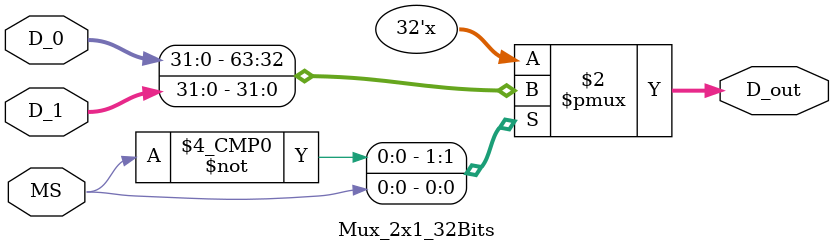
<source format=v>
`timescale 1ns / 1ps


module Mux_2x1_32Bits(
//Input Signals
input wire MS, // SELECTOR
input wire [31:0] D_0, //DATO DE EN LA ENTRADA 0
input wire [31:0] D_1, //DATO DE EN LA ENTRADA 1

//Output Signals
output reg [31:0] D_out //SALIDA 
);

    always @*
        begin
            case(MS)
                1'b0: D_out = D_0;
                1'b1: D_out = D_1;
                default : D_out = D_0;
            endcase
        end

endmodule

</source>
